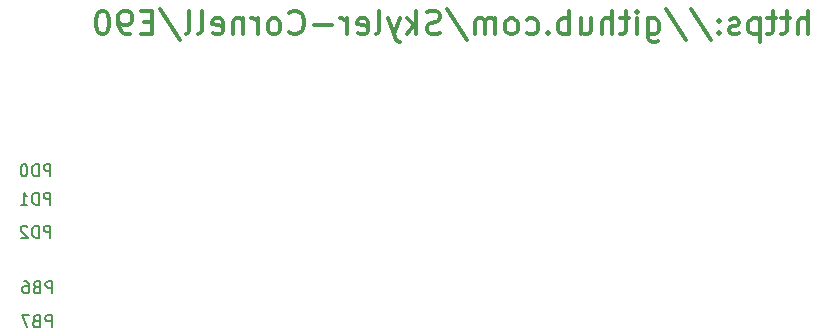
<source format=gbo>
G04 #@! TF.GenerationSoftware,KiCad,Pcbnew,(5.1.5-0-10_14)*
G04 #@! TF.CreationDate,2021-04-10T11:01:01-04:00*
G04 #@! TF.ProjectId,E90,4539302e-6b69-4636-9164-5f7063625858,rev?*
G04 #@! TF.SameCoordinates,Original*
G04 #@! TF.FileFunction,Legend,Bot*
G04 #@! TF.FilePolarity,Positive*
%FSLAX46Y46*%
G04 Gerber Fmt 4.6, Leading zero omitted, Abs format (unit mm)*
G04 Created by KiCad (PCBNEW (5.1.5-0-10_14)) date 2021-04-10 11:01:01*
%MOMM*%
%LPD*%
G04 APERTURE LIST*
%ADD10C,0.150000*%
%ADD11C,0.300000*%
G04 APERTURE END LIST*
D10*
X52938095Y-80252380D02*
X52938095Y-79252380D01*
X52557142Y-79252380D01*
X52461904Y-79300000D01*
X52414285Y-79347619D01*
X52366666Y-79442857D01*
X52366666Y-79585714D01*
X52414285Y-79680952D01*
X52461904Y-79728571D01*
X52557142Y-79776190D01*
X52938095Y-79776190D01*
X51938095Y-80252380D02*
X51938095Y-79252380D01*
X51700000Y-79252380D01*
X51557142Y-79300000D01*
X51461904Y-79395238D01*
X51414285Y-79490476D01*
X51366666Y-79680952D01*
X51366666Y-79823809D01*
X51414285Y-80014285D01*
X51461904Y-80109523D01*
X51557142Y-80204761D01*
X51700000Y-80252380D01*
X51938095Y-80252380D01*
X50747619Y-79252380D02*
X50652380Y-79252380D01*
X50557142Y-79300000D01*
X50509523Y-79347619D01*
X50461904Y-79442857D01*
X50414285Y-79633333D01*
X50414285Y-79871428D01*
X50461904Y-80061904D01*
X50509523Y-80157142D01*
X50557142Y-80204761D01*
X50652380Y-80252380D01*
X50747619Y-80252380D01*
X50842857Y-80204761D01*
X50890476Y-80157142D01*
X50938095Y-80061904D01*
X50985714Y-79871428D01*
X50985714Y-79633333D01*
X50938095Y-79442857D01*
X50890476Y-79347619D01*
X50842857Y-79300000D01*
X50747619Y-79252380D01*
X52938095Y-82652380D02*
X52938095Y-81652380D01*
X52557142Y-81652380D01*
X52461904Y-81700000D01*
X52414285Y-81747619D01*
X52366666Y-81842857D01*
X52366666Y-81985714D01*
X52414285Y-82080952D01*
X52461904Y-82128571D01*
X52557142Y-82176190D01*
X52938095Y-82176190D01*
X51938095Y-82652380D02*
X51938095Y-81652380D01*
X51700000Y-81652380D01*
X51557142Y-81700000D01*
X51461904Y-81795238D01*
X51414285Y-81890476D01*
X51366666Y-82080952D01*
X51366666Y-82223809D01*
X51414285Y-82414285D01*
X51461904Y-82509523D01*
X51557142Y-82604761D01*
X51700000Y-82652380D01*
X51938095Y-82652380D01*
X50414285Y-82652380D02*
X50985714Y-82652380D01*
X50700000Y-82652380D02*
X50700000Y-81652380D01*
X50795238Y-81795238D01*
X50890476Y-81890476D01*
X50985714Y-81938095D01*
X52938095Y-85452380D02*
X52938095Y-84452380D01*
X52557142Y-84452380D01*
X52461904Y-84500000D01*
X52414285Y-84547619D01*
X52366666Y-84642857D01*
X52366666Y-84785714D01*
X52414285Y-84880952D01*
X52461904Y-84928571D01*
X52557142Y-84976190D01*
X52938095Y-84976190D01*
X51938095Y-85452380D02*
X51938095Y-84452380D01*
X51700000Y-84452380D01*
X51557142Y-84500000D01*
X51461904Y-84595238D01*
X51414285Y-84690476D01*
X51366666Y-84880952D01*
X51366666Y-85023809D01*
X51414285Y-85214285D01*
X51461904Y-85309523D01*
X51557142Y-85404761D01*
X51700000Y-85452380D01*
X51938095Y-85452380D01*
X50985714Y-84547619D02*
X50938095Y-84500000D01*
X50842857Y-84452380D01*
X50604761Y-84452380D01*
X50509523Y-84500000D01*
X50461904Y-84547619D01*
X50414285Y-84642857D01*
X50414285Y-84738095D01*
X50461904Y-84880952D01*
X51033333Y-85452380D01*
X50414285Y-85452380D01*
D11*
X117070238Y-68229761D02*
X117070238Y-66229761D01*
X116213095Y-68229761D02*
X116213095Y-67182142D01*
X116308333Y-66991666D01*
X116498809Y-66896428D01*
X116784523Y-66896428D01*
X116975000Y-66991666D01*
X117070238Y-67086904D01*
X115546428Y-66896428D02*
X114784523Y-66896428D01*
X115260714Y-66229761D02*
X115260714Y-67944047D01*
X115165476Y-68134523D01*
X114975000Y-68229761D01*
X114784523Y-68229761D01*
X114403571Y-66896428D02*
X113641666Y-66896428D01*
X114117857Y-66229761D02*
X114117857Y-67944047D01*
X114022619Y-68134523D01*
X113832142Y-68229761D01*
X113641666Y-68229761D01*
X112975000Y-66896428D02*
X112975000Y-68896428D01*
X112975000Y-66991666D02*
X112784523Y-66896428D01*
X112403571Y-66896428D01*
X112213095Y-66991666D01*
X112117857Y-67086904D01*
X112022619Y-67277380D01*
X112022619Y-67848809D01*
X112117857Y-68039285D01*
X112213095Y-68134523D01*
X112403571Y-68229761D01*
X112784523Y-68229761D01*
X112975000Y-68134523D01*
X111260714Y-68134523D02*
X111070238Y-68229761D01*
X110689285Y-68229761D01*
X110498809Y-68134523D01*
X110403571Y-67944047D01*
X110403571Y-67848809D01*
X110498809Y-67658333D01*
X110689285Y-67563095D01*
X110975000Y-67563095D01*
X111165476Y-67467857D01*
X111260714Y-67277380D01*
X111260714Y-67182142D01*
X111165476Y-66991666D01*
X110975000Y-66896428D01*
X110689285Y-66896428D01*
X110498809Y-66991666D01*
X109546428Y-68039285D02*
X109451190Y-68134523D01*
X109546428Y-68229761D01*
X109641666Y-68134523D01*
X109546428Y-68039285D01*
X109546428Y-68229761D01*
X109546428Y-66991666D02*
X109451190Y-67086904D01*
X109546428Y-67182142D01*
X109641666Y-67086904D01*
X109546428Y-66991666D01*
X109546428Y-67182142D01*
X107165476Y-66134523D02*
X108879761Y-68705952D01*
X105070238Y-66134523D02*
X106784523Y-68705952D01*
X103546428Y-66896428D02*
X103546428Y-68515476D01*
X103641666Y-68705952D01*
X103736904Y-68801190D01*
X103927380Y-68896428D01*
X104213095Y-68896428D01*
X104403571Y-68801190D01*
X103546428Y-68134523D02*
X103736904Y-68229761D01*
X104117857Y-68229761D01*
X104308333Y-68134523D01*
X104403571Y-68039285D01*
X104498809Y-67848809D01*
X104498809Y-67277380D01*
X104403571Y-67086904D01*
X104308333Y-66991666D01*
X104117857Y-66896428D01*
X103736904Y-66896428D01*
X103546428Y-66991666D01*
X102594047Y-68229761D02*
X102594047Y-66896428D01*
X102594047Y-66229761D02*
X102689285Y-66325000D01*
X102594047Y-66420238D01*
X102498809Y-66325000D01*
X102594047Y-66229761D01*
X102594047Y-66420238D01*
X101927380Y-66896428D02*
X101165476Y-66896428D01*
X101641666Y-66229761D02*
X101641666Y-67944047D01*
X101546428Y-68134523D01*
X101355952Y-68229761D01*
X101165476Y-68229761D01*
X100498809Y-68229761D02*
X100498809Y-66229761D01*
X99641666Y-68229761D02*
X99641666Y-67182142D01*
X99736904Y-66991666D01*
X99927380Y-66896428D01*
X100213095Y-66896428D01*
X100403571Y-66991666D01*
X100498809Y-67086904D01*
X97832142Y-66896428D02*
X97832142Y-68229761D01*
X98689285Y-66896428D02*
X98689285Y-67944047D01*
X98594047Y-68134523D01*
X98403571Y-68229761D01*
X98117857Y-68229761D01*
X97927380Y-68134523D01*
X97832142Y-68039285D01*
X96879761Y-68229761D02*
X96879761Y-66229761D01*
X96879761Y-66991666D02*
X96689285Y-66896428D01*
X96308333Y-66896428D01*
X96117857Y-66991666D01*
X96022619Y-67086904D01*
X95927380Y-67277380D01*
X95927380Y-67848809D01*
X96022619Y-68039285D01*
X96117857Y-68134523D01*
X96308333Y-68229761D01*
X96689285Y-68229761D01*
X96879761Y-68134523D01*
X95070238Y-68039285D02*
X94975000Y-68134523D01*
X95070238Y-68229761D01*
X95165476Y-68134523D01*
X95070238Y-68039285D01*
X95070238Y-68229761D01*
X93260714Y-68134523D02*
X93451190Y-68229761D01*
X93832142Y-68229761D01*
X94022619Y-68134523D01*
X94117857Y-68039285D01*
X94213095Y-67848809D01*
X94213095Y-67277380D01*
X94117857Y-67086904D01*
X94022619Y-66991666D01*
X93832142Y-66896428D01*
X93451190Y-66896428D01*
X93260714Y-66991666D01*
X92117857Y-68229761D02*
X92308333Y-68134523D01*
X92403571Y-68039285D01*
X92498809Y-67848809D01*
X92498809Y-67277380D01*
X92403571Y-67086904D01*
X92308333Y-66991666D01*
X92117857Y-66896428D01*
X91832142Y-66896428D01*
X91641666Y-66991666D01*
X91546428Y-67086904D01*
X91451190Y-67277380D01*
X91451190Y-67848809D01*
X91546428Y-68039285D01*
X91641666Y-68134523D01*
X91832142Y-68229761D01*
X92117857Y-68229761D01*
X90594047Y-68229761D02*
X90594047Y-66896428D01*
X90594047Y-67086904D02*
X90498809Y-66991666D01*
X90308333Y-66896428D01*
X90022619Y-66896428D01*
X89832142Y-66991666D01*
X89736904Y-67182142D01*
X89736904Y-68229761D01*
X89736904Y-67182142D02*
X89641666Y-66991666D01*
X89451190Y-66896428D01*
X89165476Y-66896428D01*
X88975000Y-66991666D01*
X88879761Y-67182142D01*
X88879761Y-68229761D01*
X86498809Y-66134523D02*
X88213095Y-68705952D01*
X85927380Y-68134523D02*
X85641666Y-68229761D01*
X85165476Y-68229761D01*
X84975000Y-68134523D01*
X84879761Y-68039285D01*
X84784523Y-67848809D01*
X84784523Y-67658333D01*
X84879761Y-67467857D01*
X84975000Y-67372619D01*
X85165476Y-67277380D01*
X85546428Y-67182142D01*
X85736904Y-67086904D01*
X85832142Y-66991666D01*
X85927380Y-66801190D01*
X85927380Y-66610714D01*
X85832142Y-66420238D01*
X85736904Y-66325000D01*
X85546428Y-66229761D01*
X85070238Y-66229761D01*
X84784523Y-66325000D01*
X83927380Y-68229761D02*
X83927380Y-66229761D01*
X83736904Y-67467857D02*
X83165476Y-68229761D01*
X83165476Y-66896428D02*
X83927380Y-67658333D01*
X82498809Y-66896428D02*
X82022619Y-68229761D01*
X81546428Y-66896428D02*
X82022619Y-68229761D01*
X82213095Y-68705952D01*
X82308333Y-68801190D01*
X82498809Y-68896428D01*
X80498809Y-68229761D02*
X80689285Y-68134523D01*
X80784523Y-67944047D01*
X80784523Y-66229761D01*
X78975000Y-68134523D02*
X79165476Y-68229761D01*
X79546428Y-68229761D01*
X79736904Y-68134523D01*
X79832142Y-67944047D01*
X79832142Y-67182142D01*
X79736904Y-66991666D01*
X79546428Y-66896428D01*
X79165476Y-66896428D01*
X78975000Y-66991666D01*
X78879761Y-67182142D01*
X78879761Y-67372619D01*
X79832142Y-67563095D01*
X78022619Y-68229761D02*
X78022619Y-66896428D01*
X78022619Y-67277380D02*
X77927380Y-67086904D01*
X77832142Y-66991666D01*
X77641666Y-66896428D01*
X77451190Y-66896428D01*
X76784523Y-67467857D02*
X75260714Y-67467857D01*
X73165476Y-68039285D02*
X73260714Y-68134523D01*
X73546428Y-68229761D01*
X73736904Y-68229761D01*
X74022619Y-68134523D01*
X74213095Y-67944047D01*
X74308333Y-67753571D01*
X74403571Y-67372619D01*
X74403571Y-67086904D01*
X74308333Y-66705952D01*
X74213095Y-66515476D01*
X74022619Y-66325000D01*
X73736904Y-66229761D01*
X73546428Y-66229761D01*
X73260714Y-66325000D01*
X73165476Y-66420238D01*
X72022619Y-68229761D02*
X72213095Y-68134523D01*
X72308333Y-68039285D01*
X72403571Y-67848809D01*
X72403571Y-67277380D01*
X72308333Y-67086904D01*
X72213095Y-66991666D01*
X72022619Y-66896428D01*
X71736904Y-66896428D01*
X71546428Y-66991666D01*
X71451190Y-67086904D01*
X71355952Y-67277380D01*
X71355952Y-67848809D01*
X71451190Y-68039285D01*
X71546428Y-68134523D01*
X71736904Y-68229761D01*
X72022619Y-68229761D01*
X70498809Y-68229761D02*
X70498809Y-66896428D01*
X70498809Y-67277380D02*
X70403571Y-67086904D01*
X70308333Y-66991666D01*
X70117857Y-66896428D01*
X69927380Y-66896428D01*
X69260714Y-66896428D02*
X69260714Y-68229761D01*
X69260714Y-67086904D02*
X69165476Y-66991666D01*
X68975000Y-66896428D01*
X68689285Y-66896428D01*
X68498809Y-66991666D01*
X68403571Y-67182142D01*
X68403571Y-68229761D01*
X66689285Y-68134523D02*
X66879761Y-68229761D01*
X67260714Y-68229761D01*
X67451190Y-68134523D01*
X67546428Y-67944047D01*
X67546428Y-67182142D01*
X67451190Y-66991666D01*
X67260714Y-66896428D01*
X66879761Y-66896428D01*
X66689285Y-66991666D01*
X66594047Y-67182142D01*
X66594047Y-67372619D01*
X67546428Y-67563095D01*
X65451190Y-68229761D02*
X65641666Y-68134523D01*
X65736904Y-67944047D01*
X65736904Y-66229761D01*
X64403571Y-68229761D02*
X64594047Y-68134523D01*
X64689285Y-67944047D01*
X64689285Y-66229761D01*
X62213095Y-66134523D02*
X63927380Y-68705952D01*
X61546428Y-67182142D02*
X60879761Y-67182142D01*
X60594047Y-68229761D02*
X61546428Y-68229761D01*
X61546428Y-66229761D01*
X60594047Y-66229761D01*
X59641666Y-68229761D02*
X59260714Y-68229761D01*
X59070238Y-68134523D01*
X58975000Y-68039285D01*
X58784523Y-67753571D01*
X58689285Y-67372619D01*
X58689285Y-66610714D01*
X58784523Y-66420238D01*
X58879761Y-66325000D01*
X59070238Y-66229761D01*
X59451190Y-66229761D01*
X59641666Y-66325000D01*
X59736904Y-66420238D01*
X59832142Y-66610714D01*
X59832142Y-67086904D01*
X59736904Y-67277380D01*
X59641666Y-67372619D01*
X59451190Y-67467857D01*
X59070238Y-67467857D01*
X58879761Y-67372619D01*
X58784523Y-67277380D01*
X58689285Y-67086904D01*
X57451190Y-66229761D02*
X57260714Y-66229761D01*
X57070238Y-66325000D01*
X56975000Y-66420238D01*
X56879761Y-66610714D01*
X56784523Y-66991666D01*
X56784523Y-67467857D01*
X56879761Y-67848809D01*
X56975000Y-68039285D01*
X57070238Y-68134523D01*
X57260714Y-68229761D01*
X57451190Y-68229761D01*
X57641666Y-68134523D01*
X57736904Y-68039285D01*
X57832142Y-67848809D01*
X57927380Y-67467857D01*
X57927380Y-66991666D01*
X57832142Y-66610714D01*
X57736904Y-66420238D01*
X57641666Y-66325000D01*
X57451190Y-66229761D01*
D10*
X53063095Y-93027380D02*
X53063095Y-92027380D01*
X52682142Y-92027380D01*
X52586904Y-92075000D01*
X52539285Y-92122619D01*
X52491666Y-92217857D01*
X52491666Y-92360714D01*
X52539285Y-92455952D01*
X52586904Y-92503571D01*
X52682142Y-92551190D01*
X53063095Y-92551190D01*
X51729761Y-92503571D02*
X51586904Y-92551190D01*
X51539285Y-92598809D01*
X51491666Y-92694047D01*
X51491666Y-92836904D01*
X51539285Y-92932142D01*
X51586904Y-92979761D01*
X51682142Y-93027380D01*
X52063095Y-93027380D01*
X52063095Y-92027380D01*
X51729761Y-92027380D01*
X51634523Y-92075000D01*
X51586904Y-92122619D01*
X51539285Y-92217857D01*
X51539285Y-92313095D01*
X51586904Y-92408333D01*
X51634523Y-92455952D01*
X51729761Y-92503571D01*
X52063095Y-92503571D01*
X51158333Y-92027380D02*
X50491666Y-92027380D01*
X50920238Y-93027380D01*
X53088095Y-90152380D02*
X53088095Y-89152380D01*
X52707142Y-89152380D01*
X52611904Y-89200000D01*
X52564285Y-89247619D01*
X52516666Y-89342857D01*
X52516666Y-89485714D01*
X52564285Y-89580952D01*
X52611904Y-89628571D01*
X52707142Y-89676190D01*
X53088095Y-89676190D01*
X51754761Y-89628571D02*
X51611904Y-89676190D01*
X51564285Y-89723809D01*
X51516666Y-89819047D01*
X51516666Y-89961904D01*
X51564285Y-90057142D01*
X51611904Y-90104761D01*
X51707142Y-90152380D01*
X52088095Y-90152380D01*
X52088095Y-89152380D01*
X51754761Y-89152380D01*
X51659523Y-89200000D01*
X51611904Y-89247619D01*
X51564285Y-89342857D01*
X51564285Y-89438095D01*
X51611904Y-89533333D01*
X51659523Y-89580952D01*
X51754761Y-89628571D01*
X52088095Y-89628571D01*
X50659523Y-89152380D02*
X50850000Y-89152380D01*
X50945238Y-89200000D01*
X50992857Y-89247619D01*
X51088095Y-89390476D01*
X51135714Y-89580952D01*
X51135714Y-89961904D01*
X51088095Y-90057142D01*
X51040476Y-90104761D01*
X50945238Y-90152380D01*
X50754761Y-90152380D01*
X50659523Y-90104761D01*
X50611904Y-90057142D01*
X50564285Y-89961904D01*
X50564285Y-89723809D01*
X50611904Y-89628571D01*
X50659523Y-89580952D01*
X50754761Y-89533333D01*
X50945238Y-89533333D01*
X51040476Y-89580952D01*
X51088095Y-89628571D01*
X51135714Y-89723809D01*
M02*

</source>
